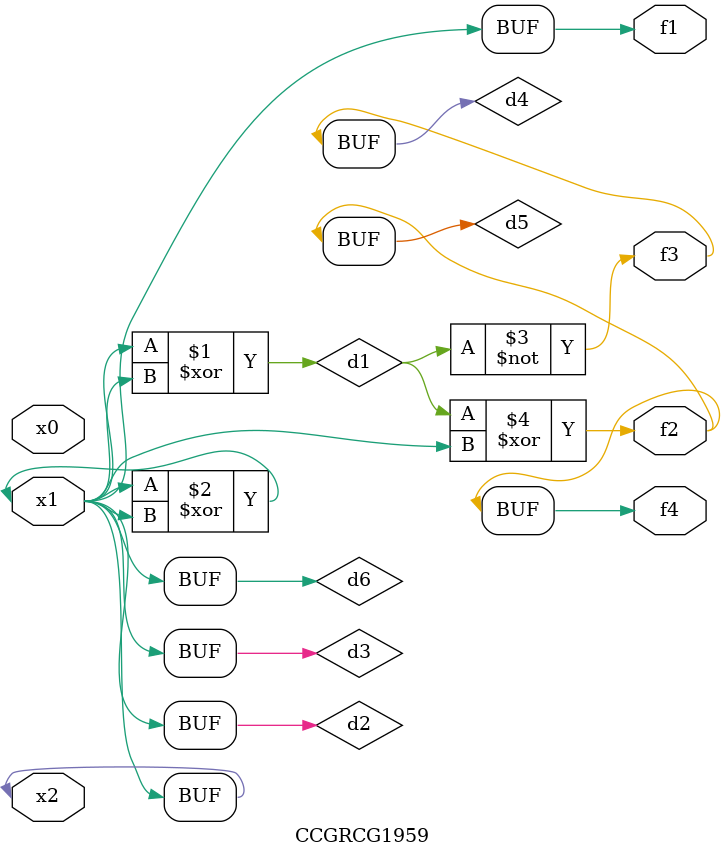
<source format=v>
module CCGRCG1959(
	input x0, x1, x2,
	output f1, f2, f3, f4
);

	wire d1, d2, d3, d4, d5, d6;

	xor (d1, x1, x2);
	buf (d2, x1, x2);
	xor (d3, x1, x2);
	nor (d4, d1);
	xor (d5, d1, d2);
	buf (d6, d2, d3);
	assign f1 = d6;
	assign f2 = d5;
	assign f3 = d4;
	assign f4 = d5;
endmodule

</source>
